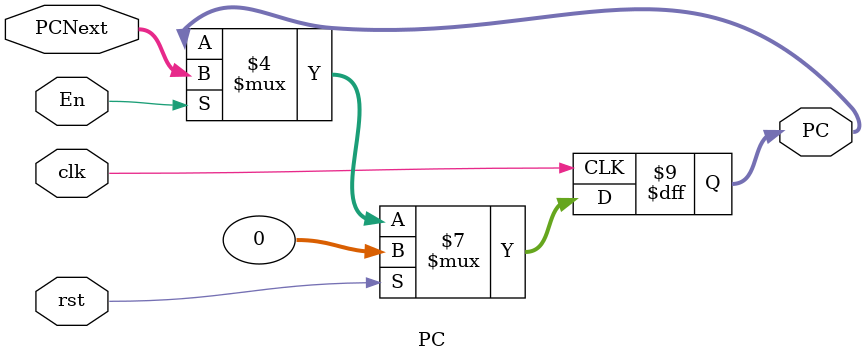
<source format=sv>
module PC (
    input rst,
    input clk,
    input En,
    input [31:0] PCNext,
    output reg [31:0] PC
);
  always @(posedge clk) begin
    if (rst) begin
      PC <= 32'b0;
    end else if (En == 1'b1) begin
      PC <= PCNext;
    end else begin
      PC <= PC;
    end
  end


endmodule

</source>
